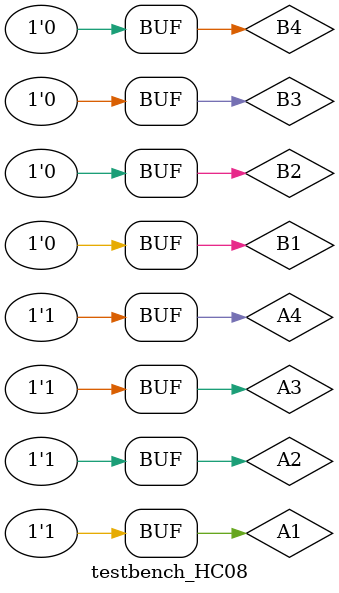
<source format=v>
`timescale 1ns/1ns
module testbench_HC08;
	reg A1, B1, A2, B2, A3, B3, A4, B4;			
	
	wire Y1, Y2, Y3, Y4;
	
	HC_08 test_HC_08(A1, B1, A2, B2, A3, B3, A4, B4, Y1, Y2, Y3, Y4);

	initial
		begin
			A1 = 0; B1 = 0; A2 = 0; B2 = 0; A3 = 0; B3 = 0; A4 = 0; B4 = 0;
			#20 B1 = 1; B2 = 1; B3 = 1; B4 = 1;
			#20 A1 = 1; A2 = 1; A3 = 1; A4 = 1;
			#20 B1 = 0; B2 = 0; B3 = 0; B4 = 0;
			
		end
		
endmodule
</source>
